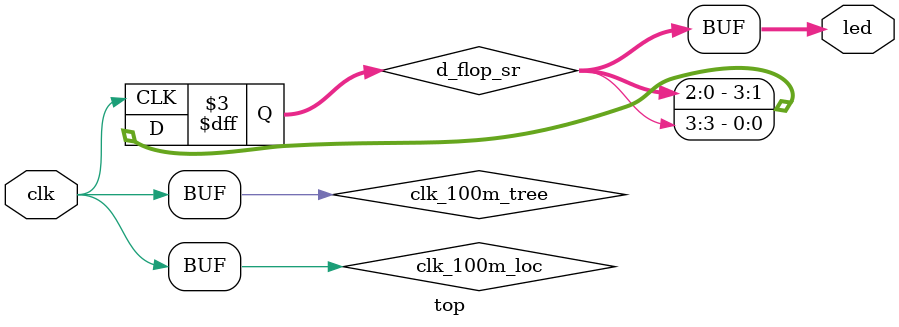
<source format=v>
`timescale 1 ns/ 100 ps
`default_nettype none // Strictly enforce all nets to be declared

module top 
(
  input  wire       clk,   
  output wire [3:0] led
);// module top


  wire clk_100m_loc;
  wire clk_100m_tree;
  reg [3:0] d_flop_sr = 4'd1;
  
  assign clk_100m_loc = clk;
  assign clk_100m_tree = clk_100m_loc;
  
always @( posedge clk_100m_tree ) begin
  d_flop_sr[3:0] <= { d_flop_sr[2:0], d_flop_sr[3] };
end
  assign led = d_flop_sr[3:0];


endmodule // top.v
`default_nettype wire // enable Verilog default for any 3rd party IP needing it
</source>
